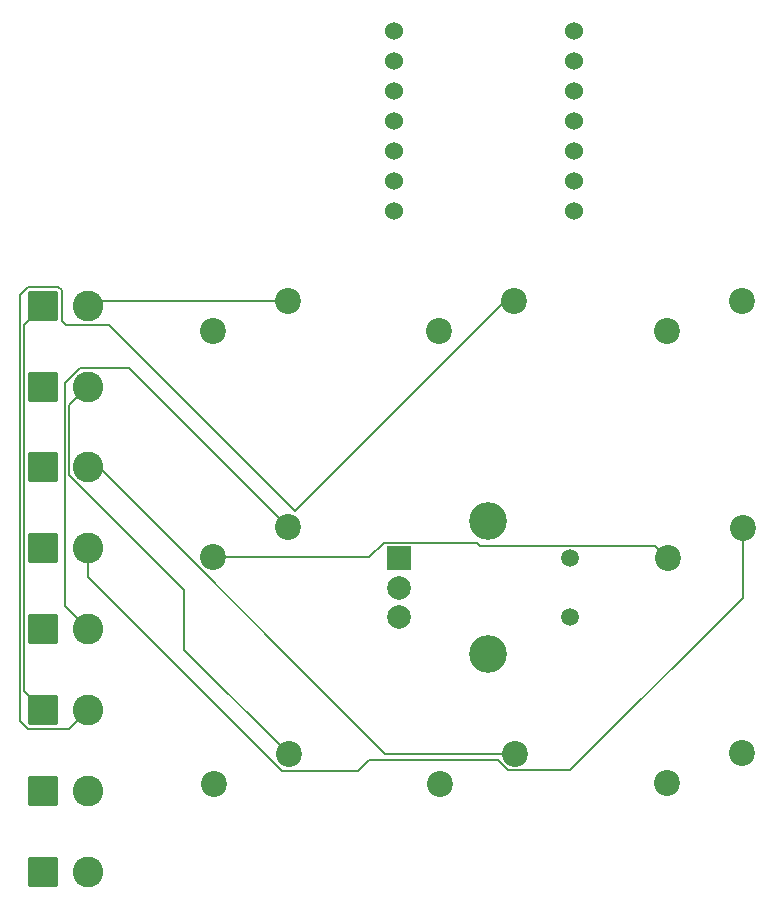
<source format=gbr>
%TF.GenerationSoftware,KiCad,Pcbnew,9.0.2*%
%TF.CreationDate,2025-07-10T09:42:35-04:00*%
%TF.ProjectId,hackpad,6861636b-7061-4642-9e6b-696361645f70,rev?*%
%TF.SameCoordinates,Original*%
%TF.FileFunction,Copper,L2,Bot*%
%TF.FilePolarity,Positive*%
%FSLAX46Y46*%
G04 Gerber Fmt 4.6, Leading zero omitted, Abs format (unit mm)*
G04 Created by KiCad (PCBNEW 9.0.2) date 2025-07-10 09:42:35*
%MOMM*%
%LPD*%
G01*
G04 APERTURE LIST*
G04 Aperture macros list*
%AMRoundRect*
0 Rectangle with rounded corners*
0 $1 Rounding radius*
0 $2 $3 $4 $5 $6 $7 $8 $9 X,Y pos of 4 corners*
0 Add a 4 corners polygon primitive as box body*
4,1,4,$2,$3,$4,$5,$6,$7,$8,$9,$2,$3,0*
0 Add four circle primitives for the rounded corners*
1,1,$1+$1,$2,$3*
1,1,$1+$1,$4,$5*
1,1,$1+$1,$6,$7*
1,1,$1+$1,$8,$9*
0 Add four rect primitives between the rounded corners*
20,1,$1+$1,$2,$3,$4,$5,0*
20,1,$1+$1,$4,$5,$6,$7,0*
20,1,$1+$1,$6,$7,$8,$9,0*
20,1,$1+$1,$8,$9,$2,$3,0*%
G04 Aperture macros list end*
%TA.AperFunction,ComponentPad*%
%ADD10RoundRect,0.250000X-1.050000X-1.050000X1.050000X-1.050000X1.050000X1.050000X-1.050000X1.050000X0*%
%TD*%
%TA.AperFunction,ComponentPad*%
%ADD11C,2.600000*%
%TD*%
%TA.AperFunction,ComponentPad*%
%ADD12C,2.200000*%
%TD*%
%TA.AperFunction,ComponentPad*%
%ADD13C,1.524000*%
%TD*%
%TA.AperFunction,ComponentPad*%
%ADD14C,1.500000*%
%TD*%
%TA.AperFunction,ComponentPad*%
%ADD15R,2.000000X2.000000*%
%TD*%
%TA.AperFunction,ComponentPad*%
%ADD16C,2.000000*%
%TD*%
%TA.AperFunction,ComponentPad*%
%ADD17C,3.200000*%
%TD*%
%TA.AperFunction,Conductor*%
%ADD18C,0.200000*%
%TD*%
G04 APERTURE END LIST*
D10*
%TO.P,D8,1,K*%
%TO.N,row2*%
X142370000Y-82410000D03*
D11*
%TO.P,D8,2,A*%
%TO.N,Net-(D8-A)*%
X146180000Y-82410000D03*
%TD*%
D10*
%TO.P,D4,1,K*%
%TO.N,row1*%
X142370000Y-61860000D03*
D11*
%TO.P,D4,2,A*%
%TO.N,Net-(D4-A)*%
X146180000Y-61860000D03*
%TD*%
D12*
%TO.P,SW7,1,1*%
%TO.N,Net-(D10-A)*%
X201490000Y-54640000D03*
%TO.P,SW7,2,2*%
%TO.N,col2*%
X195140000Y-57180000D03*
%TD*%
D13*
%TO.P,U1,1,GPIO26/ADC0/A0*%
%TO.N,col0*%
X172060000Y-31720000D03*
%TO.P,U1,2,GPIO27/ADC1/A1*%
%TO.N,col1*%
X172060000Y-34260000D03*
%TO.P,U1,3,GPIO28/ADC2/A2*%
%TO.N,unconnected-(U1-GPIO28{slash}ADC2{slash}A2-Pad3)*%
X172060000Y-36800000D03*
%TO.P,U1,4,GPIO29/ADC3/A3*%
%TO.N,row2*%
X172060000Y-39340000D03*
%TO.P,U1,5,GPIO6/SDA*%
%TO.N,row1*%
X172060000Y-41880000D03*
%TO.P,U1,6,GPIO7/SCL*%
%TO.N,row0*%
X172060000Y-44420000D03*
%TO.P,U1,7,GPIO0/TX*%
%TO.N,unconnected-(U1-GPIO0{slash}TX-Pad7)*%
X172060000Y-46960000D03*
%TO.P,U1,8,GPIO1/RX*%
%TO.N,Net-(U1-GPIO1{slash}RX)*%
X187300000Y-46960000D03*
%TO.P,U1,9,GPIO2/SCK*%
%TO.N,unconnected-(U1-GPIO2{slash}SCK-Pad9)*%
X187300000Y-44420000D03*
%TO.P,U1,10,GPIO4/MISO*%
%TO.N,Net-(U1-GPIO4{slash}MISO)*%
X187300000Y-41880000D03*
%TO.P,U1,11,GPIO3/MOSI*%
%TO.N,col2*%
X187300000Y-39340000D03*
%TO.P,U1,12,3V3*%
%TO.N,unconnected-(U1-3V3-Pad12)*%
X187300000Y-36800000D03*
%TO.P,U1,13,GND*%
%TO.N,GND*%
X187300000Y-34260000D03*
%TO.P,U1,14,VBUS*%
%TO.N,+5V*%
X187300000Y-31720000D03*
%TD*%
D12*
%TO.P,SW2,1,1*%
%TO.N,Net-(D8-A)*%
X163110000Y-73780000D03*
%TO.P,SW2,2,2*%
%TO.N,col1*%
X156760000Y-76320000D03*
%TD*%
D10*
%TO.P,D11,1,K*%
%TO.N,row0*%
X142370000Y-102960000D03*
D11*
%TO.P,D11,2,A*%
%TO.N,Net-(D11-A)*%
X146180000Y-102960000D03*
%TD*%
D12*
%TO.P,SW10,1,1*%
%TO.N,Net-(D6-A)*%
X201580000Y-73860000D03*
%TO.P,SW10,2,2*%
%TO.N,col1*%
X195230000Y-76400000D03*
%TD*%
D10*
%TO.P,D6,1,K*%
%TO.N,row0*%
X142370000Y-75560000D03*
D11*
%TO.P,D6,2,A*%
%TO.N,Net-(D6-A)*%
X146180000Y-75560000D03*
%TD*%
D10*
%TO.P,D5,1,K*%
%TO.N,row0*%
X142370000Y-68710000D03*
D11*
%TO.P,D5,2,A*%
%TO.N,Net-(D5-A)*%
X146180000Y-68710000D03*
%TD*%
D10*
%TO.P,D3,1,K*%
%TO.N,row2*%
X142370000Y-55010000D03*
D11*
%TO.P,D3,2,A*%
%TO.N,Net-(D3-A)*%
X146180000Y-55010000D03*
%TD*%
D10*
%TO.P,D9,1,K*%
%TO.N,row2*%
X142370000Y-89260000D03*
D11*
%TO.P,D9,2,A*%
%TO.N,Net-(D9-A)*%
X146180000Y-89260000D03*
%TD*%
D12*
%TO.P,SW5,1,1*%
%TO.N,Net-(D4-A)*%
X163140000Y-92990000D03*
%TO.P,SW5,2,2*%
%TO.N,col0*%
X156790000Y-95530000D03*
%TD*%
D10*
%TO.P,D10,1,K*%
%TO.N,row1*%
X142370000Y-96110000D03*
D11*
%TO.P,D10,2,A*%
%TO.N,Net-(D10-A)*%
X146180000Y-96110000D03*
%TD*%
D12*
%TO.P,SW1,1,1*%
%TO.N,Net-(D3-A)*%
X163110000Y-54640000D03*
%TO.P,SW1,2,2*%
%TO.N,col0*%
X156760000Y-57180000D03*
%TD*%
%TO.P,SW9,1,1*%
%TO.N,Net-(D5-A)*%
X182270000Y-92930000D03*
%TO.P,SW9,2,2*%
%TO.N,col0*%
X175920000Y-95470000D03*
%TD*%
%TO.P,SW11,1,1*%
%TO.N,Net-(D11-A)*%
X201490000Y-92920000D03*
%TO.P,SW11,2,2*%
%TO.N,col2*%
X195140000Y-95460000D03*
%TD*%
%TO.P,SW3,1,1*%
%TO.N,Net-(D9-A)*%
X182240000Y-54640000D03*
%TO.P,SW3,2,2*%
%TO.N,col2*%
X175890000Y-57180000D03*
%TD*%
D14*
%TO.P,SW4,*%
%TO.N,*%
X186995000Y-76380000D03*
X186995000Y-81380000D03*
D15*
%TO.P,SW4,A,A*%
%TO.N,Net-(U1-GPIO4{slash}MISO)*%
X172495000Y-76380000D03*
D16*
%TO.P,SW4,B,B*%
%TO.N,Net-(U1-GPIO1{slash}RX)*%
X172495000Y-81380000D03*
%TO.P,SW4,C,C*%
%TO.N,GND*%
X172495000Y-78880000D03*
D17*
%TO.P,SW4,MP*%
%TO.N,N/C*%
X179995000Y-73280000D03*
X179995000Y-84480000D03*
%TD*%
D18*
%TO.N,row2*%
X140769000Y-87659000D02*
X142370000Y-89260000D01*
X140769000Y-56611000D02*
X140769000Y-87659000D01*
X142370000Y-55010000D02*
X140769000Y-56611000D01*
%TO.N,Net-(D3-A)*%
X146550000Y-54640000D02*
X146180000Y-55010000D01*
X163110000Y-54640000D02*
X146550000Y-54640000D01*
%TO.N,Net-(D4-A)*%
X154289000Y-84139000D02*
X154289000Y-79083156D01*
X163140000Y-92990000D02*
X154289000Y-84139000D01*
X154289000Y-79083156D02*
X144579000Y-69373156D01*
X144579000Y-69373156D02*
X144579000Y-63461000D01*
X144579000Y-63461000D02*
X146180000Y-61860000D01*
%TO.N,Net-(D5-A)*%
X171290000Y-92930000D02*
X147070000Y-68710000D01*
X147070000Y-68710000D02*
X146180000Y-68710000D01*
X182270000Y-92930000D02*
X171290000Y-92930000D01*
%TO.N,Net-(D6-A)*%
X169940000Y-93510314D02*
X180869000Y-93510314D01*
X146180000Y-75560000D02*
X146180000Y-78011314D01*
X181689686Y-94331000D02*
X186999000Y-94331000D01*
X169059314Y-94391000D02*
X169940000Y-93510314D01*
X201580000Y-79750000D02*
X201580000Y-73860000D01*
X180869000Y-93510314D02*
X181689686Y-94331000D01*
X186999000Y-94331000D02*
X201580000Y-79750000D01*
X162559686Y-94391000D02*
X169059314Y-94391000D01*
X146180000Y-78011314D02*
X162559686Y-94391000D01*
%TO.N,Net-(D8-A)*%
X144178000Y-61597844D02*
X145516844Y-60259000D01*
X146180000Y-82410000D02*
X144178000Y-80408000D01*
X149589000Y-60259000D02*
X163110000Y-73780000D01*
X145516844Y-60259000D02*
X149589000Y-60259000D01*
X144178000Y-80408000D02*
X144178000Y-61597844D01*
%TO.N,Net-(D9-A)*%
X141084840Y-90861000D02*
X144579000Y-90861000D01*
X141084840Y-53409000D02*
X140368000Y-54125840D01*
X147922314Y-56611000D02*
X144286840Y-56611000D01*
X143971000Y-56295160D02*
X143971000Y-53724840D01*
X163690314Y-72379000D02*
X147922314Y-56611000D01*
X144579000Y-90861000D02*
X146180000Y-89260000D01*
X144286840Y-56611000D02*
X143971000Y-56295160D01*
X140368000Y-90144160D02*
X141084840Y-90861000D01*
X140368000Y-54125840D02*
X140368000Y-90144160D01*
X182240000Y-54640000D02*
X181429314Y-54640000D01*
X143971000Y-53724840D02*
X143655160Y-53409000D01*
X181429314Y-54640000D02*
X163690314Y-72379000D01*
X143655160Y-53409000D02*
X141084840Y-53409000D01*
%TO.N,col1*%
X169953000Y-76320000D02*
X171194000Y-75079000D01*
X194159000Y-75329000D02*
X195230000Y-76400000D01*
X179355580Y-75329000D02*
X194159000Y-75329000D01*
X171194000Y-75079000D02*
X179105580Y-75079000D01*
X179105580Y-75079000D02*
X179355580Y-75329000D01*
X156760000Y-76320000D02*
X169953000Y-76320000D01*
%TD*%
M02*

</source>
